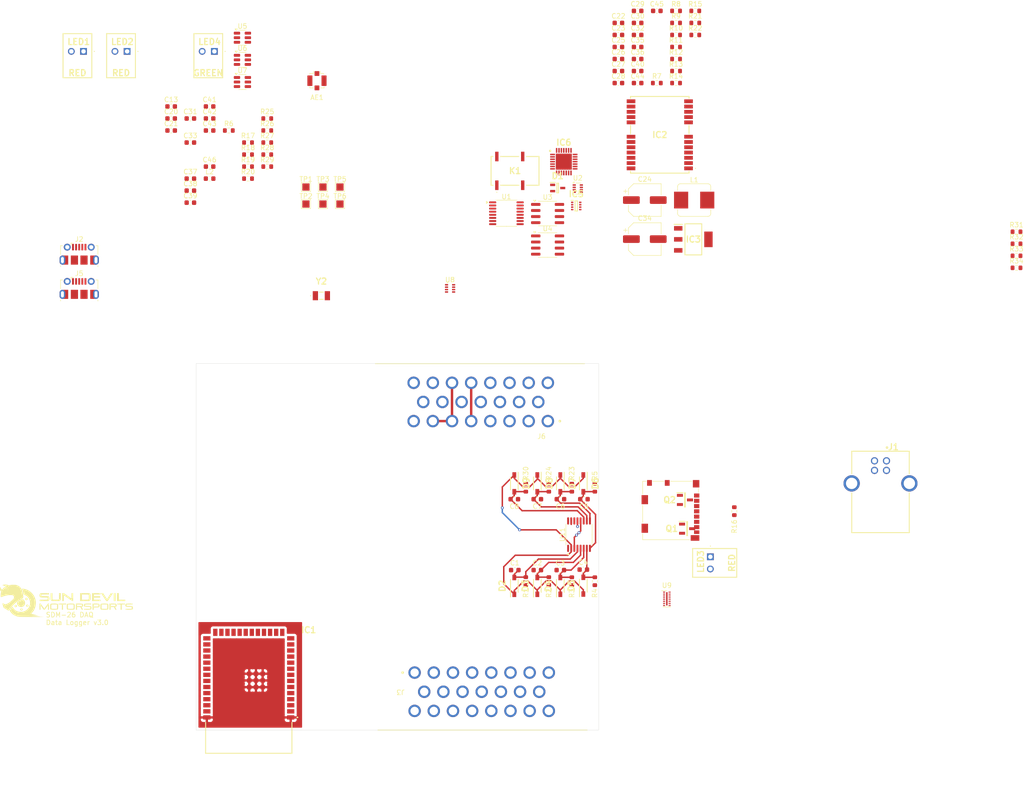
<source format=kicad_pcb>
(kicad_pcb (version 20241229) (generator "pcbnew") (generator_version "9.0")
  (layers (0 "F.Cu" signal) (4 "In1.Cu" signal) (6 "In2.Cu" signal) (2 "B.Cu" signal) (13 "F.Paste" user) (15 "B.Paste" user) (5 "F.SilkS" user "F.Silkscreen") (7 "B.SilkS" user "B.Silkscreen") (1 "F.Mask" user) (3 "B.Mask" user) (25 "Edge.Cuts" user))
  (net 0 "")
  (net 1 "GND")
  (net 2 "+3.3V")
  (net 3 "/RF_IN")
  (net 4 "VCC")
  (net 5 "Net-(U3-OUT)")
  (net 6 "/BTSB")
  (net 7 "/SMPS_SW")
  (net 8 "/5V_SMPS_OUT")
  (net 9 "Net-(U2-MODE)")
  (net 10 "VBUS")
  (net 11 "+5V")
  (net 12 "/BIAS_T")
  (net 13 "Net-(IC6-VBUS)")
  (net 14 "+5VA")
  (net 15 "/CAN-")
  (net 16 "/CAN+")
  (net 17 "/AIN0")
  (net 18 "/AIN1")
  (net 19 "/AIN2")
  (net 20 "/AIN3")
  (net 21 "/AIN4")
  (net 22 "/AIN5")
  (net 23 "/AIN6")
  (net 24 "/AIN7")
  (net 25 "/I2C1_SCL")
  (net 26 "/CAN_TERM")
  (net 27 "/USER_LED")
  (net 28 "/CAN_CTX")
  (net 29 "/CAN_RTX")
  (net 30 "/SD_CD")
  (net 31 "/I2C1_SDA")
  (net 32 "/UART1_D-")
  (net 33 "/UART1_D+")
  (net 34 "/ADC_CLK")
  (net 35 "/ADC_CS")
  (net 36 "/ADC_DOUT")
  (net 39 "/ADC_DIN")
  (net 44 "/GPS_D-")
  (net 45 "Net-(IC2-GND_4)")
  (net 46 "/Safeboot")
  (net 47 "/D_SEL")
  (net 48 "/GPS_D+")
  (net 53 "/VUSB")
  (net 54 "/VCC_RF")
  (net 57 "Net-(IC2-RESET_N)")
  (net 62 "/PG")
  (net 63 "/SMPS_FB")
  (net 66 "/PROG_D-")
  (net 70 "/PPS_LED")
  (net 71 "/RTK_STAT")
  (net 72 "/PROG_D+")
  (net 75 "Net-(IC6-RTS)")
  (net 76 "Net-(IC6-DTR)")
  (net 80 "/XTAL_32K_P")
  (net 81 "/SD_DAT3")
  (net 82 "/RSTB")
  (net 84 "/USBB_D+")
  (net 85 "/USBB_D-")
  (net 87 "/USBM_D-")
  (net 90 "/USBM_D+")
  (net 98 "+BATT")
  (net 99 "Net-(J4-DAT2)")
  (net 100 "Net-(J4-CLK)")
  (net 101 "Net-(J4-DAT0)")
  (net 102 "Net-(J4-DAT1)")
  (net 103 "Net-(J4-CMD)")
  (net 104 "Net-(J4-DAT3{slash}CD)")
  (net 107 "/USBM2_D+")
  (net 108 "/USBM2_D-")
  (net 116 "Net-(LED1-K)")
  (net 117 "/UART2_TX")
  (net 118 "/PWR_LED")
  (net 119 "/USR_LED_RSTR")
  (net 120 "Net-(Q1-B)")
  (net 121 "Net-(Q2-B)")
  (net 122 "Net-(U8-PR1)")
  (net 123 "Net-(U8-ST)")
  (net 124 "/PR1")
  (net 125 "/ST")
  (net 126 "Net-(U4-Rs)")
  (net 136 "/UART2_RX")
  (net 137 "/CHIP_PU")
  (net 138 "/U0TXD")
  (net 139 "/SD_CLK")
  (net 140 "/GPIO0")
  (net 141 "/SD_DAT2")
  (net 142 "/XTAL_32K_N")
  (net 143 "/SD_DAT1")
  (net 144 "/U0RXD")
  (net 145 "/SD_DAT0")
  (net 147 "Net-(K1-COM)")
  (net 148 "Net-(IC1-3V3)")
  (net 152 "/SD_CMD")
  (net 156 "Net-(D2-A)")
  (net 157 "Net-(D3-A)")
  (net 158 "Net-(D4-A)")
  (net 159 "Net-(D5-A)")
  (net 160 "Net-(D6-A)")
  (net 161 "Net-(D7-A)")
  (net 162 "Net-(D8-A)")
  (net 163 "Net-(D9-A)")
  (net 164 "Net-(U11-~{CS})")
  (net 165 "Net-(U11-SCLK)")
  (net 166 "Net-(U11-DIN)")
  (net 167 "Net-(U11-DOUT)")
  (footprint "Capacitor_SMD:C_0603_1608Metric" (layer "F.Cu") (at 172.625 26.425)
    (property "Reference" "C44")
    (property "Value" "100nF")
  )
  (footprint "Capacitor_SMD:C_0603_1608Metric" (layer "F.Cu") (at 168.615 21.405)
    (property "Reference" "C26")
    (property "Value" "100nF")
  )
  (footprint "VoltageRegulators:SOT-5X3" (layer "F.Cu") (at 133.48 67.8)
    (property "Reference" "U8")
    (property "Value" "TPS2116")
  )
  (footprint "Resistor_SMD:R_0603_1608Metric" (layer "F.Cu") (at 91.344998 46.375115)
    (property "Reference" "R20")
    (property "Value" "10uF")
  )
  (footprint "Resistor_SMD:R_0603_1608Metric" (layer "F.Cu") (at 192.8 115.8 -90)
    (property "Reference" "R16")
    (property "Value" "220")
  )
  (footprint "Inductor_SMD:L_Bourns_SRP7028A_7.3x6.6mm" (layer "F.Cu") (at 184.425 50.855)
    (property "Reference" "L1")
    (property "Value" "4.7uH")
  )
  (footprint "Resistor_SMD:R_0603_1608Metric" (layer "F.Cu") (at 180.645 11.365)
    (property "Reference" "R8")
    (property "Value" "10k")
  )
  (footprint "Capacitor_SMD:C_0603_1608Metric" (layer "F.Cu") (at 156.5 128.1 180)
    (property "Reference" "C3")
    (property "Value" "33nF")
  )
  (footprint "Resistor_SMD:R_0603_1608Metric" (layer "F.Cu") (at 251.675 62.49)
    (property "Reference" "R33")
    (property "Value" "100")
  )
  (footprint "Connector_USB:USB_Micro-B_Molex-105017-0001" (layer "F.Cu") (at 56.124998 62.145115)
    (property "Reference" "J2")
    (property "Value" "USB_B_Micro")
  )
  (footprint "Capacitor_SMD:C_0603_1608Metric" (layer "F.Cu") (at 172.625 21.405)
    (property "Reference" "C36")
    (property "Value" "10uF")
  )
  (footprint "TestPoint:TestPoint_Pad_1.5x1.5mm" (layer "F.Cu") (at 110.524998 51.685115)
    (property "Reference" "TP6")
    (property "Value" "Safeboot")
  )
  (footprint "Connector_Card:microSD_HC_Molex_104031-0811" (layer "F.Cu") (at 179.5 115.64 -90)
    (property "Reference" "J4" (hide yes))
    (property "Value" "Molex_1040310811" (hide yes))
  )
  (footprint "Resistor_SMD:R_0603_1608Metric" (layer "F.Cu") (at 184.655 13.875)
    (property "Reference" "R21")
    (property "Value" "120")
  )
  (footprint "Package_TO_SOT_SMD:SOT-23-6" (layer "F.Cu") (at 90.174998 26.210115)
    (property "Reference" "U7")
    (property "Value" "USBLC6-2SC6")
  )
  (footprint "Resistor_SMD:R_0603_1608Metric" (layer "F.Cu") (at 95.354998 43.865115)
    (property "Reference" "R29")
    (property "Value" "10k")
  )
  (footprint "SDM_MiscFootprint:QFN50P500X500X80-29N-D" (layer "F.Cu") (at 157.225 42.835)
    (property "Reference" "IC6")
    (property "Value" "CP2102N-A02-GQFN28" (hide yes))
  )
  (footprint "USBs:67068-7041" (layer "F.Cu") (at 223.3 110)
    (property "Reference" "J1")
    (property "Value" "USB_B" (hide yes))
  )
  (footprint "SDM_MiscFootprint:NEOF9P15B" (layer "F.Cu") (at 177.25 37.23)
    (property "Reference" "IC2")
    (property "Value" "NEO-F9P-15B" (hide yes))
  )
  (footprint "SDM_MiscFootprint:SOTFL50P160X60-8N" (layer "F.Cu") (at 159.82 52.085)
    (property "Reference" "IC5")
    (property "Value" "TPS563211DRLR" (hide yes))
  )
  (footprint "Resistor_SMD:R_0603_1608Metric" (layer "F.Cu") (at 158.9 110.9 -90)
    (property "Reference" "R23")
    (property "Value" "100")
  )
  (footprint "SDM_MiscFootprint:SSFLXH100LID01" (layer "F.Cu") (at 57.019998 19.810115)
    (property "Reference" "LED1")
    (property "Value" "RED")
  )
  (footprint "Capacitor_SMD:CP_Elec_6.3x5.9" (layer "F.Cu") (at 174.125 59.005)
    (property "Reference" "C34")
    (property "Value" "100uF")
  )
  (footprint "Package_SO:TSSOP-16_4.4x5mm_P0.65mm" (layer "F.Cu") (at 145.25 53.605)
    (property "Reference" "U1")
    (property "Value" "INA260")
  )
  (footprint "Resistor_SMD:R_0603_1608Metric" (layer "F.Cu") (at 95.354998 38.845115)
    (property "Reference" "R27")
    (property "Value" "47.5K")
  )
  (footprint "Capacitor_SMD:C_0603_1608Metric" (layer "F.Cu") (at 168.615 16.385)
    (property "Reference" "C23")
    (property "Value" "100nF")
  )
  (footprint "SDM_MiscFootprint:ESP32S3WROOM1N8R8" (layer "F.Cu") (at 91.5 153.6 180)
    (property "Reference" "IC1")
    (property "Value" "ESP32-S3-WROOM-1-N8R8" (hide yes))
  )
  (footprint "Resistor_SMD:R_0603_1608Metric" (layer "F.Cu") (at 149.3 110.9 -90)
    (property "Reference" "R30")
    (property "Value" "100")
  )
  (footprint "Resistor_SMD:R_0603_1608Metric" (layer "F.Cu") (at 251.675 57.47)
    (property "Reference" "R31")
    (property "Value" "100")
  )
  (footprint "SDM_MiscFootprint:SOD3716X135N" (layer "F.Cu") (at 151.7 110 -90)
    (property "Reference" "D8")
    (property "Value" "MBR0540T1G" (hide yes))
  )
  (footprint "Package_SO:SOIC-8_3.9x4.9mm_P1.27mm" (layer "F.Cu") (at 153.845 53.665)
    (property "Reference" "U3")
    (property "Value" "ADR425BRZ")
  )
  (footprint "Resistor_SMD:R_0603_1608Metric" (layer "F.Cu") (at 91.344998 41.355115)
    (property "Reference" "R18")
    (property "Value" "330uF")
  )
  (footprint "Capacitor_SMD:C_0603_1608Metric" (layer "F.Cu") (at 168.615 13.875)
    (property "Reference" "C22")
    (property "Value" "22uF")
  )
  (footprint "Capacitor_SMD:C_0603_1608Metric" (layer "F.Cu") (at 146.9 113.3)
    (property "Reference" "C8")
    (property "Value" "33nF")
  )
  (footprint "Resistor_SMD:R_0603_1608Metric" (layer "F.Cu") (at 95.354998 41.355115)
    (property "Reference" "R28")
    (property "Value" "10k")
  )
  (footprint "Capacitor_SMD:C_0603_1608Metric" (layer "F.Cu") (at 83.324998 33.825115)
    (property "Reference" "C42")
    (property "Value" "1uF")
  )
  (footprint "LOGO" (layer "F.Cu") (at 53.5 134.5)
    (property "Reference" "G***" (hide yes))
    (property "Value" "LOGO" (hide yes))
  )
  (footprint "TestPoint:TestPoint_Pad_1.5x1.5mm" (layer "F.Cu") (at 103.424998 51.685115)
    (property "Reference" "TP2")
    (property "Value" "SMPS_OUT")
  )
  (footprint "SDM_MiscFootprint:SOT230P700X180-4N" (layer "F.Cu") (at 184.25 59.055)
    (property "Reference" "IC3")
    (property "Value" "MIC37100-3.3WS" (hide yes))
  )
  (footprint "Capacitor_SMD:C_0603_1608Metric" (layer "F.Cu") (at 172.625 18.895)
    (property "Reference" "C35")
    (property "Value" "1uF")
  )
  (footprint "Resistor_SMD:R_0603_1608Metric" (layer "F.Cu") (at 180.645 13.875)
    (property "Reference" "R9")
    (property "Value" "10k")
  )
  (footprint "SDM_MiscFootprint:SSFLXH100LID01" (layer "F.Cu") (at 66.119998 19.810115)
    (property "Reference" "LED2")
    (property "Value" "RED")
  )
  (footprint "Capacitor_SMD:C_0603_1608Metric" (layer "F.Cu") (at 172.625 13.875)
    (property "Reference" "C30")
    (property "Value" "22uF")
  )
  (footprint "Resistor_SMD:R_0603_1608Metric" (layer "F.Cu") (at 180.645 16.385)
    (property "Reference" "R10")
    (property "Value" "74.1k")
  )
  (footprint "Capacitor_SMD:C_0603_1608Metric" (layer "F.Cu") (at 79.314998 38.845115)
    (property "Reference" "C33")
    (property "Value" "1uF")
  )
  (footprint "Resistor_SMD:R_0603_1608Metric" (layer "F.Cu") (at 154.1 130.4 90)
    (property "Reference" "R2")
    (property "Value" "100")
  )
  (footprint "Resistor_SMD:R_0603_1608Metric" (layer "F.Cu") (at 87.334998 36.335115)
    (property "Reference" "R6")
    (property "Value" "220")
  )
  (footprint "TestPoint:TestPoint_Pad_1.5x1.5mm" (layer "F.Cu") (at 106.974998 48.135115)
    (property "Reference" "TP3")
    (property "Value" "ST_5V")
  )
  (footprint "Package_TO_SOT_SMD:SOT-583-8" (layer "F.Cu") (at 160.145 48.46)
    (property "Reference" "U2")
    (property "Value" "TPS2116DRL")
  )
  (footprint "SDM_MiscFootprint:SOD3716X135N" (layer "F.Cu") (at 146.9 131.4 90)
    (property "Reference" "D2")
    (property "Value" "MBR0540T1G" (hide yes))
  )
  (footprint "Resistor_SMD:R_0603_1608Metric" (layer "F.Cu") (at 251.675 65)
    (property "Reference" "R34")
    (property "Value" "100")
  )
  (footprint "Capacitor_SMD:C_0603_1608Metric" (layer "F.Cu") (at 75.304998 36.335115)
    (property "Reference" "C21")
    (property "Value" "100nF")
  )
  (footprint "Capacitor_SMD:C_0603_1608Metric" (layer "F.Cu") (at 168.615 23.915)
    (property "Reference" "C27")
    (property "Value" "1uF")
  )
  (footprint "Capacitor_SMD:C_0603_1608Metric" (layer "F.Cu") (at 147 128.1 180)
    (property "Reference" "C1")
    (property "Value" "33nF")
  )
  (footprint "Connectors:CONN23_776087_TEC" (layer "F.Cu") (at 153.9 97)
    (property "Reference" "J6")
    (property "Value" "1-776087-4")
  )
  (footprint "Resistor_SMD:R_0603_1608Metric" (layer "F.Cu") (at 158.9 130.425 90)
    (property "Reference" "R3")
    (property "Value" "100")
  )
  (footprint "Capacitor_SMD:C_0603_1608Metric" (layer "F.Cu") (at 79.314998 46.375115)
    (property "Reference" "C37")
    (property "Value" "1uF")
  )
  (footprint "Package_SO:TSSOP-16_4.4x5mm_P0.65mm" (layer "F.Cu") (at 160.4 120.7 90)
    (property "Reference" "U11")
    (property "Value" "ADC128S102")
  )
  (footprint "Capacitor_SMD:C_0603_1608Metric" (layer "F.Cu") (at 151.7 113.3)
    (property "Reference" "C7")
    (property "Value" "33nF")
  )
  (footprint "Resistor_SMD:R_0603_1608Metric" (layer "F.Cu") (at 180.645 23.915)
    (property "Reference" "R13")
    (property "Value" "10k")
  )
  (footprint "Capacitor_SMD:C_0603_1608Metric" (layer "F.Cu") (at 161.3 128 180)
    (property "Reference" "C4")
    (property "Value" "33nF")
  )
  (footprint "Resistor_SMD:R_0603_1608Metric" (layer "F.Cu") (at 95.354998 33.825115)
    (property "Reference" "R25")
    (property "Value" "1k")
  )
  (footprint "Resistor_SMD:R_0603_1608Metric" (layer "F.Cu") (at 154.1 110.9 -90)
    (property "Reference" "R24")
    (property "Value" "100")
  )
  (footprint "Package_TO_SOT_SMD:SOT-23-6" (layer "F.Cu") (at 90.174998 16.960115)
    (property "Reference" "U5")
    (property "Value" "USBLC6-2SC6")
  )
  (footprint "Capacitor_SMD:C_0603_1608Metric" (layer "F.Cu") (at 83.324998 43.865115)
    (property "Reference" "C46")
    (property "Value" "1uF")
  )
  (footprint "Capacitor_SMD:C_0603_1608Metric" (layer "F.Cu") (at 83.324998 36.335115)
    (property "Reference" "C43")
    (property "Value" "100nF")
  )
  (footprint "Transistors:SOT96P237X111-3N" (layer "F.Cu") (at 182.95 119.455)
    (property "Reference" "Q1")
    (property "Value" "SOT96P237X111-3N" (hide yes))
  )
  (footprint "Resistor_SMD:R_0603_1608Metric" (layer "F.Cu") (at 149.3 130.4 90)
    (property "Reference" "R1")
    (property "Value" "100")
  )
  (footprint "SDM_MiscFootprint:IMB03IGR" (layer "F.Cu") (at 147.05 44.76)
    (property "Reference" "K1")
    (property "Value" "IMB03IGR" (hide yes))
  )
  (footprint "SDM_MiscFootprint:SSFLXH100LID01" (layer "F.Cu") (at 84.319998 19.810115)
    (property "Reference" "LED4")
    (property "Value" "GREEN")
  )
  (footprint "Connector_Coaxial:U.FL_Molex_MCRF_73412-0110_Vertical" (layer "F.Cu") (at 105.724998 25.935115)
    (property "Reference" "AE1")
    (property "Value" "UFL")
  )
  (footprint "uSDs:UQFN-17-3.5x1.2mm" (layer "F.Cu") (at 178.725 134.1)
    (property "Reference" "U9")
    (property "Value" "ST_EMIF06-MSD02N16")
  )
  (footprint "Package_TO_SOT_SMD:SOT-23-6" (layer "F.Cu") (at 90.174998 21.585115)
    (property "Reference" "U6")
    (property "Value" "USBLC6-2SC6")
  )
  (footprint "SDM_MiscFootprint:SOD3716X135N" (layer "F.Cu") (at 151.7 131.4 90)
    (property "Reference" "D3")
    (property "Value" "MBR0540T1G" (hide yes))
  )
  (footprint "Resistor_SMD:R_0603_1608Metric" (layer "F.Cu") (at 91.344998 43.865115)
    (property "Reference" "R19")
    (property "Value" "330uF")
  )
  (footprint "Resistor_SMD:R_0603_1608Metric" (layer "F.Cu") (at 251.675 59.98)
    (property "Reference" "R32")
    (property "Value" "100")
  )
  (footprint "SDM_MiscFootprint:SOD3716X135N" (layer "F.Cu") (at 161.3 131.35 90)
    (property "Reference" "D5")
    (property "Value" "MBR0540T1G" (hide yes))
  )
  (footprint "Capacitor_SMD:C_0603_1608Metric" (layer "F.Cu") (at 151.7 128.1 180)
    (property "Reference" "C2")
    (property "Value" "33nF")
  )
  (footprint "Connector_USB:USB_Micro-B_Molex-105017-0001" (layer "F.Cu") (at 56.124998 69.295115)
    (property "Reference" "J5")
    (property "Value" "USB_B_Micro")
  )
  (footprint "SDM_MiscFootprint:SOD3716X135N" (layer "F.Cu") (at 146.9 110 -90)
    (property "Reference" "D9")
    (property "Value" "MBR0540T1G" (hide yes))
  )
  (footprint "SDM_MiscFootprint:SOD3716X135N" (layer "F.Cu") (at 156.5 131.4 90)
    (property "Reference" "D4")
    (property "Value" "MBR0540T1G" (hide yes))
  )
  (footprint "SDM_MiscFootprint:SOD3716X135N" (layer "F.Cu") (at 161.3 110 -90)
    (property "Reference" "D6")
    (property "Value" "MBR0540T1G" (hide yes))
  )
  (footprint "TestPoint:TestPoint_Pad_1.5x1.5mm" (layer "F.Cu") (at 106.974998 51.685115)
    (property "Reference" "TP4")
    (property "Value" "ST_5VA")
  )
  (footprint "Resistor_SMD:R_0603_1608Metric" (layer "F.Cu") (at 180.645 18.895)
    (property "Reference" "R11")
    (property "Value" "10k")
  )
  (footprint "Package_SO:SOIC-8_3.9x4.9mm_P1.27mm" (layer "F.Cu") (at 153.845 60.245)
    (property "Reference" "U4")
    (property "Value" "SN65HVD230")
  )
  (footprint "Resistor_SMD:R_0603_1608Metric" (layer "F.Cu") (at 163.7 110.9 -90)
    (property "Reference" "R5")
    (property "Value" "100")
  )
  (footprint "Capacitor_SMD:C_0603_1608Metric" (layer "F.Cu") (at 75.304998 31.315115)
    (property "Reference" "C13")
    (property "Value" "100nF")
  )
  (footprint "Resistor_SMD:R_0603_1608Metric" (layer "F.Cu") (at 184.655 11.365)
    (property "Reference" "R15")
    (property "Value" "10k")
  )
  (footprint "Transistors:SOT96P237X111-3N" (layer "F.Cu") (at 182.5 113.455)
    (property "Reference" "Q2")
    (property "Value" "SOT96P237X111-3N" (hide yes))
  )
  (footprint "Resistor_SMD:R_0603_1608Metric" (layer "F.Cu") (at 184.655 16.385)
    (property "Reference" "R22")
    (property "Value" "10k")
  )
  (footprint "Inductor_SMD:L_0603_1608Metric" (layer "F.Cu") (at 83.324998 46.375115)
    (property "Reference" "L2")
    (property "Value" "27nH")
  )
  (footprint "Capacitor_SMD:C_0603_1608Metric" (layer "F.Cu") (at 79.314998 51.395115)
    (property "Reference" "C39")
    (property "Value" "1uF")
  )
  (footprint "SDM_MiscFootprint:SOT65P210X110-3N" (layer "F.Cu") (at 155.95 48.335)
    (property "Reference" "D1")
    (property "Value" "ESDCAN03-2BWY" (hide yes))
  )
  (footprint "TestPoint:TestPoint_Pad_1.5x1.5mm" (layer "F.Cu") (at 103.424998 48.135115)
    (property "Reference" "TP1")
    (property "Value" "GND")
  )
  (footprint "Resistor_SMD:R_0603_1608Metric" (layer "F.Cu") (at 163.7 130.425 90)
    (property "Reference" "R4")
    (property "Value" "100")
  )
  (footprint "Capacitor_SMD:C_0603_1608Metric" (layer "F.Cu") (at 75.304998 33.825115)
    (property "Reference" "C20")
    (property "Value" "10uF")
  )
  (footprint "TestPoint:TestPoint_Pad_1.5x1.5mm" (layer "F.Cu") (at 110.524998 48.135115)
    (property "Reference" "TP5")
    (property "Value" "Reset")
  )
  (footprint "Capacitor_SMD:C_0603_1608Metric" (layer "F.Cu") (at 168.615 26.425)
    (property "Reference" "C28")
    (property "Value" "100nF")
  )
  (footprint "Capacitor_SMD:C_0603_1608Metric" (layer "F.Cu") (at 172.625 11.365)
    (property "Reference" "C29")
    (property "Value" "100nF")
  )
  (footprint "Resistor_SMD:R_0603_1608Metric" (layer "F.Cu") (at 176.635 26.425)
    (property "Reference" "R7")
    (property "Value" "10k")
  )
  (footprint "Resistor_SMD:R_0603_1608Metric" (layer "F.Cu") (at 95.354998 36.335115)
    (property "Reference" "R26")
    (property "Value" "22.1K")
  )
  (footprint "SDM_MiscFootprint:ECX327CDX2096" (layer "F.Cu") (at 106.649998 70.820115)
    (property "Reference" "Y2")
    (property "Value" "ECX-.327-CDX-2096" (hide yes))
  )
  (footprint "Capacitor_SMD:CP_Elec_6.3x5.9" (layer "F.Cu") (at 174.125 50.855)
    (property "Reference" "C24")
    (property "Value" "47uF")
  )
  (footprint "Capacitor_SMD:C_0603_1608Metric" (layer "F.Cu") (at 172.625 16.385)
    (property "Reference" "C32")
    (property "Value" "1uF")
  )
  (footprint "Capacitor_SMD:C_0603_1608Metric" (layer "F.Cu") (at 168.615 18.895)
    (property "Reference" "C25")
    (property "Value" "100nF")
  )
  (footprint "Capacitor_SMD:C_0603_1608Metric" (layer "F.Cu") (at 79.314998 33.825115)
    (property "Reference" "C31")
    (property "Value" "22uF")
  )
  (footprint "Connectors:CONN23_776087_TEC" (layer "F.Cu") (at 126.1 149.5 180)
    (property "Reference" "J3")
    (property "Value" "1-776087-4")
  )
  (footprint "Resistor_SMD:R_0603_1608Metric" (layer "F.Cu") (at 91.344998 38.845115)
    (property "Reference" "R17")
    (property "Value" "10k")
  )
  (footprint "Capacitor_SMD:C_0603_1608Metric" (layer "F.Cu") (at 176.635 11.365)
    (property "Reference" "C45")
    (property "Value" "100nF")
  )
  (footprint "Capacitor_SMD:C_0603_1608Metric" (layer "F.Cu") (at 156.525 113.3)
    (property "Reference" "C6")
    (property "Value" "33nF")
  )
  (footprint "Resistor_SMD:R_0603_1608Metric" (layer "F.Cu") (at 180.645 26.425)
    (property "Reference" "R14")
    (property "Value" "10k")
  )
  (footprint "SDM_MiscFootprint:SSFLXH100LID01" (layer "F.Cu") (at 187.8 125.33 90)
    (property "Reference" "LED3")
    (property "Value" "RED")
  )
  (footprint "Capacitor_SMD:C_0603_1608Metric" (layer "F.Cu") (at 172.625 23.915)
    (property "Reference" "C40")
    (property "Value" "10uF")
  )
  (footprint "Capacitor_SMD:C_0603_1608Metric" (layer "F.Cu") (at 161.425 113.3)
    (property "Reference" "C5")
    (property "Value" "33nF")
  )
  (footprint "Capacitor_SMD:C_0603_1608Metric" (layer "F.Cu") (at 83.324998 31.315115)
    (property "Reference" "C41")
    (property "Value" "100nF")
  )
  (footprint "Resistor_SMD:R_0603_1608Metric" (layer "F.Cu") (at 180.645 21.405)
    (property "Reference" "R12")
    (property "Value" "10k")
  )
  (footprint "Capacitor_SMD:C_0603_1608Metric" (layer "F.Cu") (at 79.314998 48.885115)
    (property "Reference" "C38")
    (property "Value" "100nF")
  )
  (footprint "SDM_MiscFootprint:SOD3716X135N" (layer "F.Cu") (at 156.5 110 -90)
    (property "Reference" "D7")
    (property "Value" "MBR0540T1G" (hide yes))
  )
  (gr_rect (start 80.5 85) (end 164.5 161.5) (stroke (width 0.05)) (fill no) (layer "Edge.Cuts"))
  (gr_text "SDM-26 DAQ\nData Logger v3.0\n" (at 49.091686 139.641431 0) (layer "F.SilkS") (effects (font (size 1 1)) (justify left bottom)))
  (segment (start 159.425 121.25) (end 159.425 123.5625) (width 0.3) (layer "F.Cu") (net 1))
  (segment (start 159.8875 120.7875) (end 159.425 121.25) (width 0.3) (layer "F.Cu") (net 1))
  (segment (start 160.725 117.8375) (end 160.751 117.8635) (width 0.3) (layer "F.Cu") (net 1))
  (segment (start 160.3875 120.2875) (end 159.8875 120.7875) (width 0.3) (layer "F.Cu") (net 1))
  (segment (start 160.751 117.8635) (end 160.751 119.924) (width 0.3) (layer "F.Cu") (net 1))
  (segment (start 160.751 119.924) (end 160.3875 120.2875) (width 0.3) (layer "F.Cu") (net 1))
  (via (at 159.8875 120.7875) (size 0.6) (drill 0.3) (layers "F.Cu" "B.Cu") (net 1))
  (via (at 160.3875 120.2875) (size 0.6) (drill 0.3) (layers "F.Cu" "B.Cu") (net 1))
  (segment (start 160.075 118.975) (end 160.1 119) (width 0.3) (layer "F.Cu") (net 2))
  (segment (start 160.075 117.8375) (end 160.075 118.975) (width 0.3) (layer "F.Cu") (net 2))
  (via (at 160.1 119) (size 0.6) (drill 0.3) (layers "F.Cu" "B.Cu") (net 2))
  (segment (start 137.900001 89) (end 137.900001 97) (width 0.5) (layer "F.Cu") (net 11))
  (segment (start 133.900001 97) (end 133.900001 89) (width 0.5) (layer "F.Cu") (net 11))
  (segment (start 133.900001 97) (end 129.900002 97) (width 0.5) (layer "F.Cu") (net 11))
  (segment (start 146.9 132.365226) (end 148.865226 130.4) (width 0.3) (layer "F.Cu") (net 14))
  (segment (start 146.9 133.15) (end 144.7 130.95) (width 0.3) (layer "F.Cu") (net 14))
  (segment (start 155.649999 119.7) (end 148 119.7) (width 0.3) (layer "F.Cu") (net 14))
  (segment (start 146.9 108.25) (end 146.9 108.934774) (width 0.3) (layer "F.Cu") (net 14))
  (segment (start 159.408774 110.826) (end 161.3 108.934774) (width 0.3) (layer "F.Cu") (net 14))
  (segment (start 147.1 125) (end 158.074999 125) (width 0.3) (layer "F.Cu") (net 14))
  (segment (start 148.865226 130.4) (end 149.734774 130.4) (width 0.3) (layer "F.Cu") (net 14))
  (segment (start 144.7 130.95) (end 144.7 127.4) (width 0.3) (layer "F.Cu") (net 14))
  (segment (start 159.426 130.351) (end 161.3 132.225) (width 0.3) (layer "F.Cu") (net 14))
  (segment (start 144.7 127.4) (end 147.1 125) (width 0.3) (layer "F.Cu") (net 14))
  (segment (start 149.999 110.826) (end 151.7 109.125) (width 0.3) (layer "F.Cu") (net 14))
  (segment (start 158.775 124.299999) (end 158.775 123.5625) (width 0.3) (layer "F.Cu") (net 14))
  (segment (start 161.3 108.934774) (end 161.3 108.25) (width 0.3) (layer "F.Cu") (net 14))
  (segment (start 153.591226 130.326) (end 154.551 130.326) (width 0.3) (layer "F.Cu") (net 14))
  (segment (start 151.7 109.125) (end 151.7 108.25) (width 0.3) (layer "F.Cu") (net 14))
  (segment (start 146.9 108.934774) (end 148.791226 110.826) (width 0.3) (layer "F.Cu") (net 14))
  (segment (start 158.775 122.825001) (end 155.649999 119.7) (width 0.3) (layer "F.Cu") (net 14))
  (segment (start 156.5 108.934774) (end 158.391226 110.826) (width 0.3) (layer "F.Cu") (net 14))
  (segment (start 158.391226 110.826) (end 159.408774 110.826) (width 0.3) (layer "F.Cu") (net 14))
  (segment (start 151.7 132.217226) (end 153.591226 130.326) (width 0.3) (layer "F.Cu") (net 14))
  (segment (start 156.5 108.25) (end 156.5 108.934774) (width 0.3) (layer "F.Cu") (net 14))
  (segment (start 154.551 130.326) (end 156.5 132.275) (width 0.3) (layer "F.Cu") (net 14))
  (segment (start 144.4 115.1) (end 144.4 110.75) (width 0.3) (layer "F.Cu") (net 14))
  (segment (start 156.5 132.275) (end 156.5 133.15) (width 0.3) (layer "F.Cu") (net 14))
  (segment (start 153.591226 110.826) (end 154.608774 110.826) (width 0.3) (layer "F.Cu") (net 14))
  (segment (start 151.7 108.934774) (end 153.591226 110.826) (width 0.3) (layer "F.Cu") (net 14))
  (segment (start 161.3 132.225) (end 161.3 133.1) (width 0.3) (layer "F.Cu") (net 14))
  (segment (start 148.791226 110.826) (end 149.999 110.826) (width 0.3) (layer "F.Cu") (net 14))
  (segment (start 156.5 132.242226) (end 158.391226 130.351) (width 0.3) (layer "F.Cu") (net 14))
  (segment (start 144.4 110.75) (end 146.9 108.25) (width 0.3) (layer "F.Cu") (net 14))
  (segment (start 158.775 123.5625) (end 158.775 122.825001) (width 0.3) (layer "F.Cu") (net 14))
  (segment (start 149.734774 130.4) (end 151.7 132.365226) (width 0.3) (layer "F.Cu") (net 14))
  (segment (start 151.7 108.25) (end 151.7 108.934774) (width 0.3) (layer "F.Cu") (net 14))
  (segment (start 146.9 133.15) (end 146.9 132.365226) (width 0.3) (layer "F.Cu") (net 14))
  (segment (start 158.391226 130.351) (end 159.426 130.351) (width 0.3) (layer "F.Cu") (net 14))
  (segment (start 151.7 133.15) (end 151.7 132.217226) (width 0.3) (layer "F.Cu") (net 14))
  (segment (start 154.608774 110.826) (end 156.5 108.934774) (width 0.3) (layer "F.Cu") (net 14))
  (segment (start 151.7 132.365226) (end 151.7 133.15) (width 0.3) (layer "F.Cu") (net 14))
  (segment (start 158.074999 125) (end 158.775 124.299999) (width 0.3) (layer "F.Cu") (net 14))
  (segment (start 156.5 133.15) (end 156.5 132.242226) (width 0.3) (layer "F.Cu") (net 14))
  (via (at 144.4 115.1) (size 0.6) (drill 0.3) (layers "F.Cu" "B.Cu") (net 14))
  (via (at 148 119.7) (size 0.6) (drill 0.3) (layers "F.Cu" "B.Cu") (net 14))
  (segment (start 144.4 116.1) (end 144.4 115.1) (width 0.3) (layer "B.Cu") (net 14))
  (segment (start 148 119.7) (end 144.4 116.1) (width 0.3) (layer "B.Cu") (net 14))
  (segment (start 150.099998 157.5) (end 150.5 157.5) (width 0.3) (layer "F.Cu") (net 19))
  (segment (start 150.234868 89) (end 149.9 89) (width 0.3) (layer "F.Cu") (net 22))
  (segment (start 160.075 124.290582) (end 160.075 123.5625) (width 0.3) (layer "F.Cu") (net 156))
  (segment (start 158.565582 125.8) (end 160.075 124.290582) (width 0.3) (layer "F.Cu") (net 156))
  (segment (start 146.975 129.575) (end 146.9 129.65) (width 0.3) (layer "F.Cu") (net 156))
  (segment (start 146.9 128.975) (end 147.775 128.1) (width 0.3) (layer "F.Cu") (net 156))
  (segment (start 149.3 129.575) (end 149.3 128.429178) (width 0.3) (layer "F.Cu") (net 156))
  (segment (start 149.3 129.575) (end 146.975 129.575) (width 0.3) (layer "F.Cu") (net 156))
  (segment (start 151.929178 125.8) (end 158.565582 125.8) (width 0.3) (layer "F.Cu") (net 156))
  (segment (start 146.9 129.65) (end 146.9 128.975) (width 0.3) (layer "F.Cu") (net 156))
  (segment (start 149.3 128.429178) (end 151.929178 125.8) (width 0.3) (layer "F.Cu") (net 156))
  (segment (start 159.2 126.5) (end 160.725 124.975) (width 0.3) (layer "F.Cu") (net 157))
  (segment (start 151.775 129.575) (end 151.7 129.65) (width 0.3) (layer "F.Cu") (net 157))
  (segment (start 152.475 128.1) (end 154.075 126.5) (width 0.3) (layer "F.Cu") (net 157))
  (segment (start 154.1 129.575) (end 151.775 129.575) (width 0.3) (layer "F.Cu") (net 157))
  (segment (start 151.7 129.65) (end 151.7 128.875) (width 0.3) (layer "F.Cu") (net 157))
  (segment (start 151.7 128.875) (end 152.475 128.1) (width 0.3) (layer "F.Cu") (net 157))
  (segment (start 160.725 124.975) (end 160.725 123.5625) (width 0.3) (layer "F.Cu") (net 157))
  (segment (start 154.075 126.5) (end 159.2 126.5) (width 0.3) (layer "F.Cu") (net 157))
  (segment (start 161.375 125.475) (end 161.375 123.5625) (width 0.3) (layer "F.Cu") (net 158))
  (segment (start 157.275 128.1) (end 158.75 128.1) (width 0.3) (layer "F.Cu") (net 158))
  (segment (start 158.9 129.6) (end 156.55 129.6) (width 0.3) (layer "F.Cu") (net 158))
  (segment (start 156.5 128.875) (end 157.275 128.1) (width 0.3) (layer "F.Cu") (net 158))
  (segment (start 156.55 129.6) (end 156.5 129.65) (width 0.3) (layer "F.Cu") (net 158))
  (segment (start 156.5 129.65) (end 156.5 128.875) (width 0.3) (layer "F.Cu") (net 158))
  (segment (start 158.75 128.1) (end 161.375 125.475) (width 0.3) (layer "F.Cu") (net 158))
  (segment (start 161.3 128.775) (end 162.075 128) (width 0.3) (layer "F.Cu") (net 159))
  (segment (start 162.025 127.85) (end 162.025 123.5625) (width 0.3) (layer "F.Cu") (net 159))
  (segment (start 161.3 129.6) (end 161.3 128.775) (width 0.3) (layer "F.Cu") (net 159))
  (segment (start 163.7 129.6) (end 161.3 129.6) (width 0.3) (layer "F.Cu") (net 159))
  (segment (start 162.075 128) (end 161.925 127.85) (width 0.3) (layer "F.Cu") (net 159))
  (segment (start 160.65 113.3) (end 160.601 113.349) (width 0.3) (layer "F.Cu") (net 160))
  (segment (start 161.3 111.75) (end 161.3 112.65) (width 0.3) (layer "F.Cu") (net 160))
  (segment (start 163.849 122.3885) (end 162.675 123.5625) (width 0.3) (layer "F.Cu") (net 160))
  (segment (start 163.7 111.725) (end 161.325 111.725) (width 0.3) (layer "F.Cu") (net 160))
  (segment (start 161.325 111.725) (end 161.3 111.75) (width 0.3) (layer "F.Cu") (net 160))
  (segment (start 163.849 116.499) (end 163.849 122.3885) (width 0.3) (layer "F.Cu") (net 160))
  (segment (start 161.3 112.65) (end 160.65 113.3) (width 0.3) (layer "F.Cu") (net 160))
  (segment (start 160.65 113.3) (end 163.849 116.499) (width 0.3) (layer "F.Cu") (net 160))
  (segment (start 161.275 111.8) (end 161.225 111.75) (width 0.3) (layer "F.Cu") (net 160))
  (segment (start 156.576 114.126) (end 160.526 114.126) (width 0.3) (layer "F.Cu") (net 161))
  (segment (start 156.5 112.55) (end 155.75 113.3) (width 0.3) (layer "F.Cu") (net 161))
  (segment (start 158.9 111.725) (end 156.525 111.725) (width 0.3) (layer "F.Cu") (net 161))
  (segment (start 156.5 111.75) (end 156.5 112.55) (width 0.3) (layer "F.Cu") (net 161))
  (segment (start 162.675 117.8375) (end 162.675 116.325) (width 0.3) (layer "F.Cu") (net 161))
  (segment (start 155.75 113.3) (end 156.576 114.126) (width 0.3) (layer "F.Cu") (net 161))
  (segment (start 156.525 111.725) (end 156.5 111.75) (width 0.3) (layer "F.Cu") (net 161))
  (segment (start 162.675 116.325) (end 162.7 116.3) (width 0.3) (layer "F.Cu") (net 161))
  (segment (start 160.526 114.126) (end 162.7 116.3) (width 0.3) (layer "F.Cu") (net 161))
  (segment (start 152.525 114.9) (end 150.925 113.3) (width 0.3) (layer "F.Cu") (net 162))
  (segment (start 160.2 114.9) (end 152.525 114.9) (width 0.3) (layer "F.Cu") (net 162))
  (segment (start 162.025 116.725) (end 160.2 114.9) (width 0.3) (layer "F.Cu") (net 162))
  (segment (start 162.025 117.8375) (end 162.025 116.725) (width 0.3) (layer "F.Cu") (net 162))
  (segment (start 154.1 111.725) (end 151.725 111.725) (width 0.3) (layer "F.Cu") (net 162))
  (segment (start 151.7 111.75) (end 151.7 112.525) (width 0.3) (layer "F.Cu") (net 162))
  (segment (start 151.7 112.525) (end 150.925 113.3) (width 0.3) (layer "F.Cu") (net 162))
  (segment (start 151.725 111.725) (end 151.7 111.75) (width 0.3) (layer "F.Cu") (net 162))
  (segment (start 146.9 112.525) (end 146.125 113.3) (width 0.3) (layer "F.Cu") (net 163))
  (segment (start 149.3 111.725) (end 146.925 111.725) (width 0.3) (layer "F.Cu") (net 163))
  (segment (start 146.925 111.725) (end 146.9 111.75) (width 0.3) (layer "F.Cu") (net 163))
  (segment (start 160.037499 115.7) (end 161.375 117.037501) (width 0.3) (layer "F.Cu") (net 163))
  (segment (start 146.125 113.3) (end 148.525 115.7) (width 0.3) (layer "F.Cu") (net 163))
  (segment (start 146.9 111.75) (end 146.9 112.525) (width 0.3) (layer "F.Cu") (net 163))
  (segment (start 148.525 115.7) (end 160.037499 115.7) (width 0.3) (layer "F.Cu") (net 163))
  (segment (start 161.375 117.037501) (end 161.375 117.8375) (width 0.3) (layer "F.Cu") (net 163))
  (segment (start 158.775 117.8375) (end 158.775 118.565582) (width 0.3) (layer "F.Cu") (net 167))
  (zone (net 1) (net_name "GND") (layers "F.Cu" "B.Cu" "In1.Cu" "In2.Cu") (priority 2) (connect_pads (clearance 0.5)) (min_thickness 0.25) (fill yes (thermal_gap 0.5) (thermal_bridge_width 0.5))
    (polygon (pts (xy 80.9 167.3) (xy 102.625 167.3) (xy 102.625 138.95) (xy 80.75 138.95)))
  )
)
</source>
